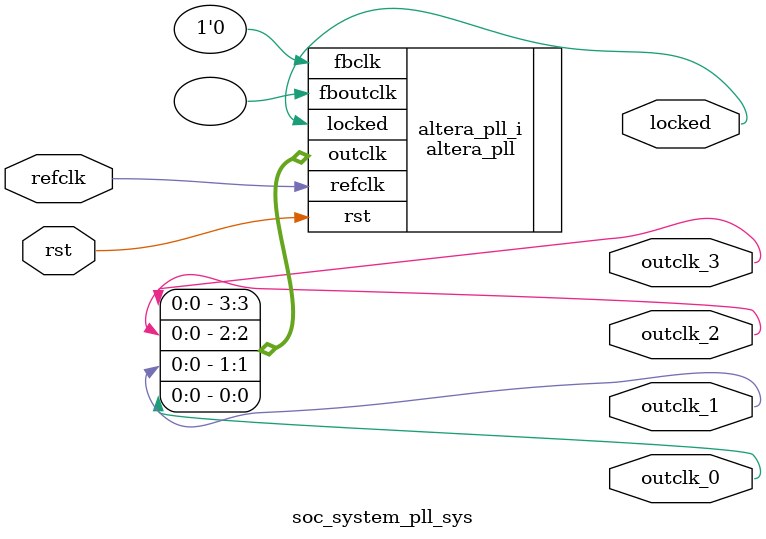
<source format=v>
`timescale 1ns/10ps
module  soc_system_pll_sys(

	// interface 'refclk'
	input wire refclk,

	// interface 'reset'
	input wire rst,

	// interface 'outclk0'
	output wire outclk_0,

	// interface 'outclk1'
	output wire outclk_1,

	// interface 'outclk2'
	output wire outclk_2,

	// interface 'outclk3'
	output wire outclk_3,

	// interface 'locked'
	output wire locked
);

	altera_pll #(
		.fractional_vco_multiplier("false"),
		.reference_clock_frequency("50.0 MHz"),
		.operation_mode("direct"),
		.number_of_clocks(4),
		.output_clock_frequency0("100.000000 MHz"),
		.phase_shift0("0 ps"),
		.duty_cycle0(50),
		.output_clock_frequency1("10.000000 MHz"),
		.phase_shift1("0 ps"),
		.duty_cycle1(50),
		.output_clock_frequency2("5.000000 MHz"),
		.phase_shift2("0 ps"),
		.duty_cycle2(50),
		.output_clock_frequency3("1.000000 MHz"),
		.phase_shift3("0 ps"),
		.duty_cycle3(50),
		.output_clock_frequency4("0 MHz"),
		.phase_shift4("0 ps"),
		.duty_cycle4(50),
		.output_clock_frequency5("0 MHz"),
		.phase_shift5("0 ps"),
		.duty_cycle5(50),
		.output_clock_frequency6("0 MHz"),
		.phase_shift6("0 ps"),
		.duty_cycle6(50),
		.output_clock_frequency7("0 MHz"),
		.phase_shift7("0 ps"),
		.duty_cycle7(50),
		.output_clock_frequency8("0 MHz"),
		.phase_shift8("0 ps"),
		.duty_cycle8(50),
		.output_clock_frequency9("0 MHz"),
		.phase_shift9("0 ps"),
		.duty_cycle9(50),
		.output_clock_frequency10("0 MHz"),
		.phase_shift10("0 ps"),
		.duty_cycle10(50),
		.output_clock_frequency11("0 MHz"),
		.phase_shift11("0 ps"),
		.duty_cycle11(50),
		.output_clock_frequency12("0 MHz"),
		.phase_shift12("0 ps"),
		.duty_cycle12(50),
		.output_clock_frequency13("0 MHz"),
		.phase_shift13("0 ps"),
		.duty_cycle13(50),
		.output_clock_frequency14("0 MHz"),
		.phase_shift14("0 ps"),
		.duty_cycle14(50),
		.output_clock_frequency15("0 MHz"),
		.phase_shift15("0 ps"),
		.duty_cycle15(50),
		.output_clock_frequency16("0 MHz"),
		.phase_shift16("0 ps"),
		.duty_cycle16(50),
		.output_clock_frequency17("0 MHz"),
		.phase_shift17("0 ps"),
		.duty_cycle17(50),
		.pll_type("General"),
		.pll_subtype("General")
	) altera_pll_i (
		.rst	(rst),
		.outclk	({outclk_3, outclk_2, outclk_1, outclk_0}),
		.locked	(locked),
		.fboutclk	( ),
		.fbclk	(1'b0),
		.refclk	(refclk)
	);
endmodule


</source>
